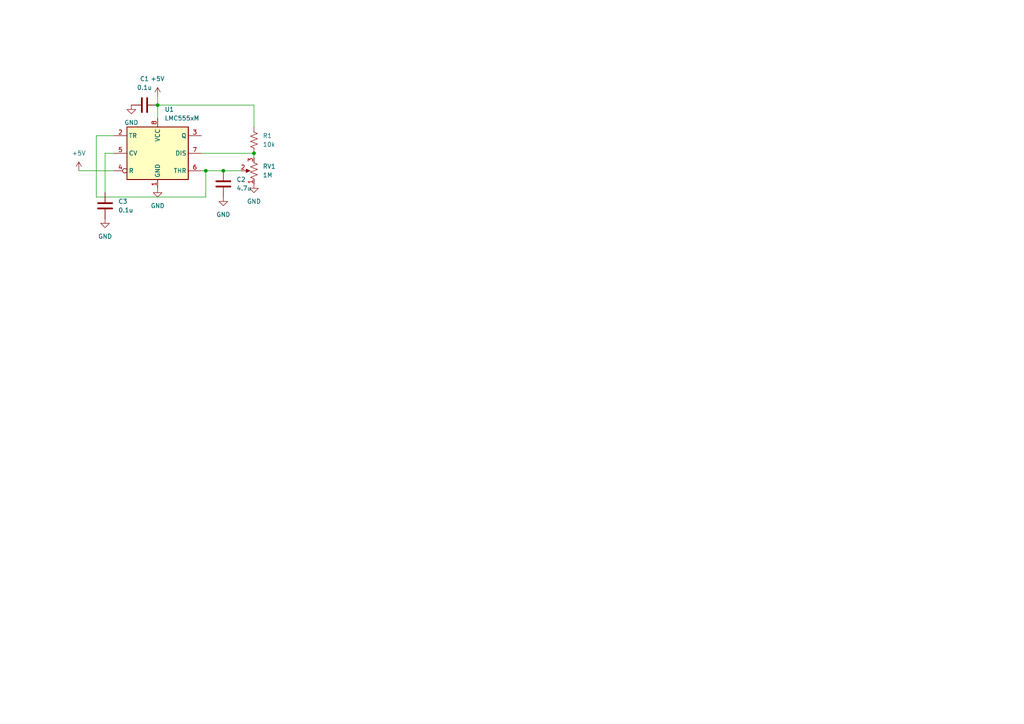
<source format=kicad_sch>
(kicad_sch (version 20211123) (generator eeschema)
  (paper "A4")
  (lib_symbols
    (symbol "Device:C" (pin_numbers hide) (pin_names (offset 0.254))
      (property "Reference" "C" (at 0.635 2.54 0))
      (property "Value" "C" (at 0.635 -2.54 0))
      (symbol "C_0_1"
        (polyline (pts (xy -2.032 -0.762) (xy 2.032 -0.762)) (stroke (width 0.508)))
        (polyline (pts (xy -2.032 0.762) (xy 2.032 0.762)) (stroke (width 0.508)))
      )
      (symbol "C_1_1"
        (pin passive line (at 0 3.81 270) (length 2.794) (name "~") (number "1"))
        (pin passive line (at 0 -3.81 90) (length 2.794) (name "~") (number "2"))
      )
    )
    (symbol "Device:R_Potentiometer_US" (pin_names (offset 1.016) hide)
      (property "Reference" "RV" (at -4.445 0 90))
      (property "Value" "R_Potentiometer_US" (at -2.54 0 90))
      (symbol "R_Potentiometer_US_0_1"
        (polyline (pts (xy 0 -2.286) (xy 0 -2.54)))
        (polyline (pts (xy 0 2.54) (xy 0 2.286)))
        (polyline (pts (xy 2.54 0) (xy 1.524 0)))
        (polyline (pts (xy 1.143 0) (xy 2.286 0.508) (xy 2.286 -0.508) (xy 1.143 0)) (fill (type outline)))
        (polyline (pts (xy 0 -0.762) (xy 1.016 -1.143) (xy 0 -1.524) (xy -1.016 -1.905) (xy 0 -2.286)))
        (polyline (pts (xy 0 0.762) (xy 1.016 0.381) (xy 0 0) (xy -1.016 -0.381) (xy 0 -0.762)))
        (polyline (pts (xy 0 2.286) (xy 1.016 1.905) (xy 0 1.524) (xy -1.016 1.143) (xy 0 0.762)))
      )
      (symbol "R_Potentiometer_US_1_1"
        (pin passive line (at 0 3.81 270) (length 1.27) (name "1") (number "1"))
        (pin passive line (at 3.81 0 180) (length 1.27) (name "2") (number "2"))
        (pin passive line (at 0 -3.81 90) (length 1.27) (name "3") (number "3"))
      )
    )
    (symbol "Device:R_US" (pin_numbers hide) (pin_names (offset 0))
      (property "Reference" "R" (at 2.54 0 90))
      (property "Value" "R_US" (at -2.54 0 90))
      (symbol "R_US_0_1"
        (polyline (pts (xy 0 -2.286) (xy 0 -2.54)))
        (polyline (pts (xy 0 2.286) (xy 0 2.54)))
        (polyline (pts (xy 0 -0.762) (xy 1.016 -1.143) (xy 0 -1.524) (xy -1.016 -1.905) (xy 0 -2.286)))
        (polyline (pts (xy 0 0.762) (xy 1.016 0.381) (xy 0 0) (xy -1.016 -0.381) (xy 0 -0.762)))
        (polyline (pts (xy 0 2.286) (xy 1.016 1.905) (xy 0 1.524) (xy -1.016 1.143) (xy 0 0.762)))
      )
      (symbol "R_US_1_1"
        (pin passive line (at 0 3.81 270) (length 1.27) (name "~") (number "1"))
        (pin passive line (at 0 -3.81 90) (length 1.27) (name "~") (number "2"))
      )
    )
    (symbol "Timer:LMC555xM"
      (property "Reference" "U" (at -10.16 8.89 0))
      (property "Value" "LMC555xM" (at 2.54 8.89 0))
      (symbol "LMC555xM_0_0"
        (pin power_in line (at 0 -10.16 90) (length 2.54) (name "GND") (number "1"))
        (pin power_in line (at 0 10.16 270) (length 2.54) (name "VCC") (number "8"))
      )
      (symbol "LMC555xM_0_1"
        (rectangle (start -8.89 -7.62) (end 8.89 7.62) (stroke (width 0.254)) (fill (type background)))
        (rectangle (start -8.89 -7.62) (end 8.89 7.62) (stroke (width 0.254)) (fill (type background)))
      )
      (symbol "LMC555xM_1_1"
        (pin input line (at -12.7 5.08 0) (length 3.81) (name "TR") (number "2"))
        (pin output line (at 12.7 5.08 180) (length 3.81) (name "Q") (number "3"))
        (pin input inverted (at -12.7 -5.08 0) (length 3.81) (name "R") (number "4"))
        (pin input line (at -12.7 0 0) (length 3.81) (name "CV") (number "5"))
        (pin input line (at 12.7 -5.08 180) (length 3.81) (name "THR") (number "6"))
        (pin input line (at 12.7 0 180) (length 3.81) (name "DIS") (number "7"))
      )
    )
    (symbol "power:+5V" (power) (pin_names (offset 0))
      (property "Value" "+5V" (at 0 3.556 0))
      (symbol "+5V_0_1"
        (polyline (pts (xy -0.762 1.27) (xy 0 2.54)))
        (polyline (pts (xy 0 0) (xy 0 2.54)))
        (polyline (pts (xy 0 2.54) (xy 0.762 1.27)))
      )
      (symbol "+5V_1_1"
        (pin power_in line (at 0 0 90) (length 0) hide (name "+5V") (number "1"))
      )
    )
    (symbol "power:GND" (power) (pin_names (offset 0))
      (property "Value" "GND" (at 0 -3.81 0))
      (symbol "GND_0_1"
        (polyline (pts (xy 0 0) (xy 0 -1.27) (xy 1.27 -1.27) (xy 0 -2.54) (xy -1.27 -1.27) (xy 0 -1.27)))
      )
      (symbol "GND_1_1"
        (pin power_in line (at 0 0 270) (length 0) hide (name "GND") (number "1"))
      )
    )
  )
  (junction (at 73.66 44.45))
  (junction (at 64.77 49.53))
  (junction (at 59.69 49.53))
  (junction (at 45.72 30.48))
  (wire (pts (xy 58.42 44.45) (xy 73.66 44.45)))
  (wire (pts (xy 73.66 30.48) (xy 73.66 36.83)))
  (wire (pts (xy 73.66 44.45) (xy 73.66 45.72)))
  (wire (pts (xy 27.94 57.15) (xy 59.69 57.15)))
  (wire (pts (xy 27.94 57.15) (xy 27.94 39.37)))
  (wire (pts (xy 45.72 30.48) (xy 73.66 30.48)))
  (wire (pts (xy 59.69 49.53) (xy 59.69 57.15)))
  (wire (pts (xy 45.72 27.94) (xy 45.72 30.48)))
  (wire (pts (xy 59.69 49.53) (xy 64.77 49.53)))
  (wire (pts (xy 22.86 49.53) (xy 33.02 49.53)))
  (wire (pts (xy 58.42 49.53) (xy 59.69 49.53)))
  (wire (pts (xy 33.02 44.45) (xy 30.48 44.45)))
  (wire (pts (xy 64.77 49.53) (xy 69.85 49.53)))
  (wire (pts (xy 45.72 30.48) (xy 45.72 34.29)))
  (wire (pts (xy 27.94 39.37) (xy 33.02 39.37)))
  (wire (pts (xy 30.48 44.45) (xy 30.48 55.88)))
  (symbol (lib_id "power:GND") (at 64.77 57.15 0) (unit 1)
    (property "Reference" "#PWR?" (effects hide))
    (property "Value" "GND" (at 64.77 62.23 0))
  )
  (symbol (lib_id "Device:R_Potentiometer_US") (at 73.66 49.53 180) (unit 1)
    (property "Reference" "RV1" (at 76.2 48.2599 0) (effects (justify right)))
    (property "Value" "1M" (at 76.2 50.8 0) (effects (justify right)))
  )
  (symbol (lib_id "Device:C") (at 41.91 30.48 90) (unit 1)
    (property "Reference" "C1" (at 41.91 22.86 90))
    (property "Value" "0.1u" (at 41.91 25.4 90))
  )
  (symbol (lib_id "power:+5V") (at 45.72 27.94 0) (unit 1)
    (property "Reference" "#PWR?" (effects hide))
    (property "Value" "+5V" (at 45.72 22.86 0))
  )
  (symbol (lib_id "power:GND") (at 30.48 63.5 0) (unit 1)
    (property "Reference" "#PWR?" (effects hide))
    (property "Value" "GND" (at 30.48 68.58 0))
  )
  (symbol (lib_id "power:GND") (at 38.1 30.48 0) (unit 1)
    (property "Reference" "#PWR?" (effects hide))
    (property "Value" "GND" (at 38.1 35.56 0))
  )
  (symbol (lib_id "Device:C") (at 64.77 53.34 0) (unit 1)
    (property "Reference" "C2" (at 68.58 52.0699 0) (effects (justify left)))
    (property "Value" "4.7u" (at 68.58 54.6099 0) (effects (justify left)))
  )
  (symbol (lib_id "Device:C") (at 30.48 59.69 0) (unit 1)
    (property "Reference" "C3" (at 34.29 58.4199 0) (effects (justify left)))
    (property "Value" "0.1u" (at 34.29 60.9599 0) (effects (justify left)))
  )
  (symbol (lib_id "power:+5V") (at 22.86 49.53 0) (unit 1)
    (property "Reference" "#PWR?" (effects hide))
    (property "Value" "+5V" (at 22.86 44.45 0))
  )
  (symbol (lib_id "Timer:LMC555xM") (at 45.72 44.45 0) (unit 1)
    (property "Reference" "U1" (at 47.7394 31.75 0) (effects (justify left)))
    (property "Value" "LMC555xM" (at 47.7394 34.29 0) (effects (justify left)))
    (property "Footprint" "Package_SO:SOIC-8_3.9x4.9mm_P1.27mm" (effects hide))
    (property "Datasheet" "http://www.ti.com/lit/ds/symlink/lmc555.pdf" (effects hide))
  )
  (symbol (lib_id "Device:R_US") (at 73.66 40.64 0) (unit 1)
    (property "Reference" "R1" (at 76.2 39.3699 0) (effects (justify left)))
    (property "Value" "10k" (at 76.2 41.9099 0) (effects (justify left)))
  )
  (symbol (lib_id "power:GND") (at 73.66 53.34 0) (unit 1)
    (property "Reference" "#PWR?" (effects hide))
    (property "Value" "GND" (at 73.66 58.42 0))
  )
  (symbol (lib_id "power:GND") (at 45.72 54.61 0) (unit 1)
    (property "Reference" "#PWR?" (effects hide))
    (property "Value" "GND" (at 45.72 59.69 0))
  )
)
</source>
